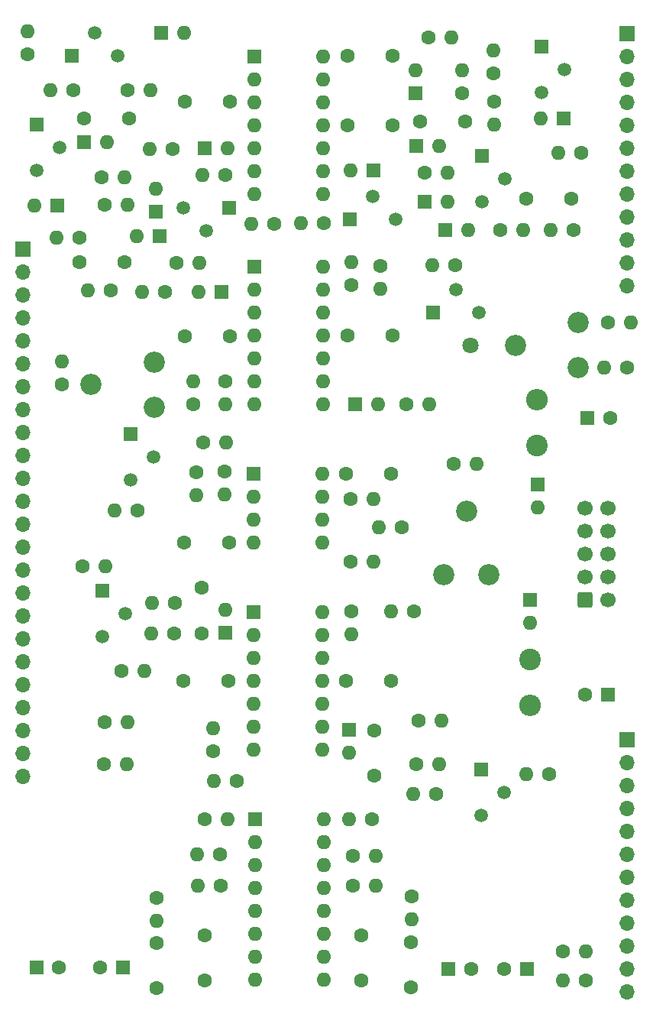
<source format=gbr>
%TF.GenerationSoftware,KiCad,Pcbnew,7.0.1-0*%
%TF.CreationDate,2024-01-08T18:39:07+13:00*%
%TF.ProjectId,MOL-main,4d4f4c2d-6d61-4696-9e2e-6b696361645f,001*%
%TF.SameCoordinates,Original*%
%TF.FileFunction,Soldermask,Top*%
%TF.FilePolarity,Negative*%
%FSLAX46Y46*%
G04 Gerber Fmt 4.6, Leading zero omitted, Abs format (unit mm)*
G04 Created by KiCad (PCBNEW 7.0.1-0) date 2024-01-08 18:39:07*
%MOMM*%
%LPD*%
G01*
G04 APERTURE LIST*
G04 Aperture macros list*
%AMRoundRect*
0 Rectangle with rounded corners*
0 $1 Rounding radius*
0 $2 $3 $4 $5 $6 $7 $8 $9 X,Y pos of 4 corners*
0 Add a 4 corners polygon primitive as box body*
4,1,4,$2,$3,$4,$5,$6,$7,$8,$9,$2,$3,0*
0 Add four circle primitives for the rounded corners*
1,1,$1+$1,$2,$3*
1,1,$1+$1,$4,$5*
1,1,$1+$1,$6,$7*
1,1,$1+$1,$8,$9*
0 Add four rect primitives between the rounded corners*
20,1,$1+$1,$2,$3,$4,$5,0*
20,1,$1+$1,$4,$5,$6,$7,0*
20,1,$1+$1,$6,$7,$8,$9,0*
20,1,$1+$1,$8,$9,$2,$3,0*%
G04 Aperture macros list end*
%ADD10R,1.500000X1.500000*%
%ADD11C,1.500000*%
%ADD12R,1.600000X1.600000*%
%ADD13O,1.600000X1.600000*%
%ADD14C,1.600000*%
%ADD15C,2.400000*%
%ADD16O,2.400000X2.400000*%
%ADD17C,2.340000*%
%ADD18R,1.700000X1.700000*%
%ADD19O,1.700000X1.700000*%
%ADD20RoundRect,0.250000X-0.600000X-0.600000X0.600000X-0.600000X0.600000X0.600000X-0.600000X0.600000X0*%
%ADD21C,1.700000*%
%ADD22C,1.800000*%
G04 APERTURE END LIST*
D10*
%TO.C,Q8*%
X74005000Y-118535000D03*
D11*
X76545000Y-121075000D03*
X74005000Y-123615000D03*
%TD*%
D12*
%TO.C,D10*%
X62075686Y-52175000D03*
D13*
X59535686Y-52175000D03*
%TD*%
D10*
%TO.C,Q1*%
X28660000Y-39520000D03*
D11*
X31200000Y-36980000D03*
X33740000Y-39520000D03*
%TD*%
D14*
%TO.C,R33*%
X29805000Y-96000000D03*
D13*
X32345000Y-96000000D03*
%TD*%
D14*
%TO.C,C21*%
X43025000Y-103450000D03*
X43025000Y-98450000D03*
%TD*%
%TO.C,R17*%
X71925000Y-43600000D03*
D13*
X71925000Y-41060000D03*
%TD*%
D14*
%TO.C,C1*%
X29950000Y-46400000D03*
X34950000Y-46400000D03*
%TD*%
%TO.C,R48*%
X90145000Y-74050000D03*
D13*
X87605000Y-74050000D03*
%TD*%
D12*
%TO.C,U2*%
X48900000Y-62875000D03*
D13*
X48900000Y-65415000D03*
X48900000Y-67955000D03*
X48900000Y-70495000D03*
X48900000Y-73035000D03*
X48900000Y-75575000D03*
X48900000Y-78115000D03*
X56520000Y-78115000D03*
X56520000Y-75575000D03*
X56520000Y-73035000D03*
X56520000Y-70495000D03*
X56520000Y-67955000D03*
X56520000Y-65415000D03*
X56520000Y-62875000D03*
%TD*%
D14*
%TO.C,R25*%
X62875000Y-62780000D03*
D13*
X62875000Y-65320000D03*
%TD*%
D14*
%TO.C,R20*%
X51070000Y-58100000D03*
D13*
X48530000Y-58100000D03*
%TD*%
D12*
%TO.C,D12*%
X66750000Y-43625686D03*
D13*
X66750000Y-41085686D03*
%TD*%
D12*
%TO.C,U3*%
X48930000Y-124100000D03*
D13*
X48930000Y-126640000D03*
X48930000Y-129180000D03*
X48930000Y-131720000D03*
X48930000Y-134260000D03*
X48930000Y-136800000D03*
X48930000Y-139340000D03*
X48930000Y-141880000D03*
X56550000Y-141880000D03*
X56550000Y-139340000D03*
X56550000Y-136800000D03*
X56550000Y-134260000D03*
X56550000Y-131720000D03*
X56550000Y-129180000D03*
X56550000Y-126640000D03*
X56550000Y-124100000D03*
%TD*%
D14*
%TO.C,R8*%
X39795000Y-49825000D03*
D13*
X37255000Y-49825000D03*
%TD*%
D14*
%TO.C,R62*%
X76130000Y-58775000D03*
D13*
X78670000Y-58775000D03*
%TD*%
D12*
%TO.C,D13*%
X45675000Y-103425685D03*
D13*
X45675000Y-100885685D03*
%TD*%
D14*
%TO.C,C13*%
X46000000Y-108750000D03*
X41000000Y-108750000D03*
%TD*%
%TO.C,R23*%
X32205000Y-118000000D03*
D13*
X34745000Y-118000000D03*
%TD*%
D14*
%TO.C,C3*%
X46175000Y-70525000D03*
X41175000Y-70525000D03*
%TD*%
D12*
%TO.C,U4*%
X48750000Y-101150000D03*
D13*
X48750000Y-103690000D03*
X48750000Y-106230000D03*
X48750000Y-108770000D03*
X48750000Y-111310000D03*
X48750000Y-113850000D03*
X48750000Y-116390000D03*
X56370000Y-116390000D03*
X56370000Y-113850000D03*
X56370000Y-111310000D03*
X56370000Y-108770000D03*
X56370000Y-106230000D03*
X56370000Y-103690000D03*
X56370000Y-101150000D03*
%TD*%
D14*
%TO.C,R24*%
X59650000Y-64870000D03*
D13*
X59650000Y-62330000D03*
%TD*%
D10*
%TO.C,Q5*%
X74105000Y-50585000D03*
D11*
X76645000Y-53125000D03*
X74105000Y-55665000D03*
%TD*%
D14*
%TO.C,R43*%
X59625000Y-101055000D03*
D13*
X59625000Y-103595000D03*
%TD*%
D12*
%TO.C,D11*%
X60024315Y-78075000D03*
D13*
X62564315Y-78075000D03*
%TD*%
D14*
%TO.C,R51*%
X85605000Y-141890000D03*
D13*
X83065000Y-141890000D03*
%TD*%
D14*
%TO.C,C25*%
X59200000Y-39500000D03*
X64200000Y-39500000D03*
%TD*%
%TO.C,C17*%
X59050000Y-85800000D03*
X64050000Y-85800000D03*
%TD*%
%TO.C,R16*%
X75425000Y-44580000D03*
D13*
X75425000Y-47120000D03*
%TD*%
D15*
%TO.C,FB1*%
X80200000Y-82665000D03*
D16*
X80200000Y-77585000D03*
%TD*%
D12*
%TO.C,D4*%
X83175000Y-46400000D03*
D13*
X80635000Y-46400000D03*
%TD*%
D14*
%TO.C,R52*%
X65200000Y-91725000D03*
D13*
X62660000Y-91725000D03*
%TD*%
D14*
%TO.C,R7*%
X45645000Y-52650000D03*
D13*
X43105000Y-52650000D03*
%TD*%
D14*
%TO.C,R2*%
X85145000Y-50200000D03*
D13*
X82605000Y-50200000D03*
%TD*%
D14*
%TO.C,R13*%
X45675000Y-75530000D03*
D13*
X45675000Y-78070000D03*
%TD*%
D17*
%TO.C,REF_ADJ_A1*%
X84800000Y-69050000D03*
X77800000Y-71550000D03*
X84800000Y-74050000D03*
%TD*%
D14*
%TO.C,R46*%
X42425000Y-85605000D03*
D13*
X42425000Y-88145000D03*
%TD*%
D14*
%TO.C,R11*%
X38975000Y-65650000D03*
D13*
X36435000Y-65650000D03*
%TD*%
D14*
%TO.C,R30*%
X46895000Y-119800000D03*
D13*
X44355000Y-119800000D03*
%TD*%
D12*
%TO.C,D1*%
X80300000Y-86951814D03*
D13*
X80300000Y-89491814D03*
%TD*%
D12*
%TO.C,D18*%
X67774315Y-55675000D03*
D13*
X70314315Y-55675000D03*
%TD*%
D12*
%TO.C,D15*%
X37925000Y-56725686D03*
D13*
X37925000Y-54185686D03*
%TD*%
D14*
%TO.C,C16*%
X43400000Y-141940000D03*
X43400000Y-136940000D03*
%TD*%
%TO.C,R9*%
X32975000Y-65450000D03*
D13*
X30435000Y-65450000D03*
%TD*%
D14*
%TO.C,C8*%
X72250000Y-46775000D03*
X67250000Y-46775000D03*
%TD*%
%TO.C,R40*%
X68995000Y-121250000D03*
D13*
X66455000Y-121250000D03*
%TD*%
D14*
%TO.C,C2*%
X46150000Y-44600000D03*
X41150000Y-44600000D03*
%TD*%
D12*
%TO.C,U1*%
X48900000Y-39525000D03*
D13*
X48900000Y-42065000D03*
X48900000Y-44605000D03*
X48900000Y-47145000D03*
X48900000Y-49685000D03*
X48900000Y-52225000D03*
X48900000Y-54765000D03*
X56520000Y-54765000D03*
X56520000Y-52225000D03*
X56520000Y-49685000D03*
X56520000Y-47145000D03*
X56520000Y-44605000D03*
X56520000Y-42065000D03*
X56520000Y-39525000D03*
%TD*%
D10*
%TO.C,Q9*%
X35180000Y-81385000D03*
D11*
X37720000Y-83925000D03*
X35180000Y-86465000D03*
%TD*%
D12*
%TO.C,D8*%
X45250686Y-65625000D03*
D13*
X42710686Y-65625000D03*
%TD*%
D14*
%TO.C,R53*%
X59505000Y-95550000D03*
D13*
X62045000Y-95550000D03*
%TD*%
D12*
%TO.C,U5*%
X48750000Y-85800000D03*
D13*
X48750000Y-88340000D03*
X48750000Y-90880000D03*
X48750000Y-93420000D03*
X56370000Y-93420000D03*
X56370000Y-90880000D03*
X56370000Y-88340000D03*
X56370000Y-85800000D03*
%TD*%
D14*
%TO.C,R32*%
X43380000Y-124075000D03*
D13*
X45920000Y-124075000D03*
%TD*%
D14*
%TO.C,R21*%
X65755000Y-78075000D03*
D13*
X68295000Y-78075000D03*
%TD*%
D12*
%TO.C,C10*%
X34305113Y-140525000D03*
D14*
X31805113Y-140525000D03*
%TD*%
%TO.C,C15*%
X60750000Y-136940000D03*
X60750000Y-141940000D03*
%TD*%
%TO.C,R44*%
X66595000Y-101075000D03*
D13*
X64055000Y-101075000D03*
%TD*%
D12*
%TO.C,D17*%
X70049315Y-58775000D03*
D13*
X72589315Y-58775000D03*
%TD*%
D12*
%TO.C,C23*%
X70375000Y-140625000D03*
D14*
X72875000Y-140625000D03*
%TD*%
D12*
%TO.C,C5*%
X24705113Y-140450000D03*
D14*
X27205113Y-140450000D03*
%TD*%
%TO.C,R38*%
X59805000Y-131425000D03*
D13*
X62345000Y-131425000D03*
%TD*%
D14*
%TO.C,R34*%
X34130000Y-107625000D03*
D13*
X36670000Y-107625000D03*
%TD*%
D12*
%TO.C,C7*%
X88050000Y-110225000D03*
D14*
X85550000Y-110225000D03*
%TD*%
%TO.C,R63*%
X40025000Y-100075000D03*
D13*
X37485000Y-100075000D03*
%TD*%
D14*
%TO.C,R35*%
X39970000Y-103500000D03*
D13*
X37430000Y-103500000D03*
%TD*%
D10*
%TO.C,Q6*%
X59425000Y-57600000D03*
D11*
X61965000Y-55060000D03*
X64505000Y-57600000D03*
%TD*%
D14*
%TO.C,R18*%
X67730000Y-52425000D03*
D13*
X70270000Y-52425000D03*
%TD*%
D12*
%TO.C,D14*%
X59375000Y-114174315D03*
D13*
X59375000Y-116714315D03*
%TD*%
D12*
%TO.C,C24*%
X79075000Y-140650000D03*
D14*
X76575000Y-140650000D03*
%TD*%
%TO.C,C9*%
X59225000Y-47150000D03*
X64225000Y-47150000D03*
%TD*%
D10*
%TO.C,Q3*%
X24730000Y-47060000D03*
D11*
X27270000Y-49600000D03*
X24730000Y-52140000D03*
%TD*%
D10*
%TO.C,Q7*%
X32055000Y-98735000D03*
D11*
X34595000Y-101275000D03*
X32055000Y-103815000D03*
%TD*%
D14*
%TO.C,R12*%
X27525000Y-75850000D03*
D13*
X27525000Y-73310000D03*
%TD*%
D14*
%TO.C,R1*%
X23725000Y-39295000D03*
D13*
X23725000Y-36755000D03*
%TD*%
D14*
%TO.C,R15*%
X75375000Y-41420000D03*
D13*
X75375000Y-38880000D03*
%TD*%
D14*
%TO.C,R42*%
X81550000Y-119050000D03*
D13*
X79010000Y-119050000D03*
%TD*%
D12*
%TO.C,D6*%
X43349315Y-49700000D03*
D13*
X45889315Y-49700000D03*
%TD*%
D14*
%TO.C,R41*%
X61870000Y-124100000D03*
D13*
X59330000Y-124100000D03*
%TD*%
D14*
%TO.C,R50*%
X83060000Y-138675000D03*
D13*
X85600000Y-138675000D03*
%TD*%
D14*
%TO.C,R60*%
X29475000Y-59610000D03*
D13*
X26935000Y-59610000D03*
%TD*%
D14*
%TO.C,R22*%
X68165000Y-37470000D03*
D13*
X70705000Y-37470000D03*
%TD*%
D14*
%TO.C,R49*%
X88055000Y-69050000D03*
D13*
X90595000Y-69050000D03*
%TD*%
D14*
%TO.C,C18*%
X41050000Y-93400000D03*
X46050000Y-93400000D03*
%TD*%
%TO.C,R68*%
X66830000Y-118000000D03*
D13*
X69370000Y-118000000D03*
%TD*%
D15*
%TO.C,FB2*%
X79400000Y-106375000D03*
D16*
X79400000Y-111455000D03*
%TD*%
D10*
%TO.C,Q2*%
X46090000Y-56330000D03*
D11*
X43550000Y-58870000D03*
X41010000Y-56330000D03*
%TD*%
D14*
%TO.C,R10*%
X32280000Y-113325000D03*
D13*
X34820000Y-113325000D03*
%TD*%
D14*
%TO.C,R14*%
X42075000Y-78125000D03*
D13*
X42075000Y-75585000D03*
%TD*%
D18*
%TO.C,J27*%
X90150000Y-115260000D03*
D19*
X90150000Y-117800000D03*
X90150000Y-120340000D03*
X90150000Y-122880000D03*
X90150000Y-125420000D03*
X90150000Y-127960000D03*
X90150000Y-130500000D03*
X90150000Y-133040000D03*
X90150000Y-135580000D03*
X90150000Y-138120000D03*
X90150000Y-140660000D03*
X90150000Y-143200000D03*
%TD*%
D14*
%TO.C,C19*%
X34450000Y-62350000D03*
X29450000Y-62350000D03*
%TD*%
%TO.C,R57*%
X71170000Y-62650000D03*
D13*
X68630000Y-62650000D03*
%TD*%
D14*
%TO.C,R47*%
X35955000Y-89870000D03*
D13*
X33415000Y-89870000D03*
%TD*%
D14*
%TO.C,R37*%
X59775000Y-128100000D03*
D13*
X62315000Y-128100000D03*
%TD*%
D12*
%TO.C,D3*%
X38549315Y-36975000D03*
D13*
X41089315Y-36975000D03*
%TD*%
D14*
%TO.C,C22*%
X62125000Y-114225000D03*
X62125000Y-119225000D03*
%TD*%
%TO.C,C14*%
X64050000Y-108750000D03*
X59050000Y-108750000D03*
%TD*%
D12*
%TO.C,D2*%
X79400000Y-99725000D03*
D13*
X79400000Y-102265000D03*
%TD*%
D14*
%TO.C,R26*%
X70930000Y-84700000D03*
D13*
X73470000Y-84700000D03*
%TD*%
D14*
%TO.C,R28*%
X45125000Y-131425000D03*
D13*
X42585000Y-131425000D03*
%TD*%
D14*
%TO.C,R55*%
X43175000Y-82325000D03*
D13*
X45715000Y-82325000D03*
%TD*%
D10*
%TO.C,Q4*%
X80730000Y-38435000D03*
D11*
X83270000Y-40975000D03*
X80730000Y-43515000D03*
%TD*%
D14*
%TO.C,C11*%
X38025000Y-142775000D03*
X38025000Y-137775000D03*
%TD*%
%TO.C,R4*%
X28775000Y-43275000D03*
D13*
X26235000Y-43275000D03*
%TD*%
D18*
%TO.C,J25*%
X90150000Y-37000000D03*
D19*
X90150000Y-39540000D03*
X90150000Y-42080000D03*
X90150000Y-44620000D03*
X90150000Y-47160000D03*
X90150000Y-49700000D03*
X90150000Y-52240000D03*
X90150000Y-54780000D03*
X90150000Y-57320000D03*
X90150000Y-59860000D03*
X90150000Y-62400000D03*
X90150000Y-64940000D03*
%TD*%
D14*
%TO.C,R36*%
X66325000Y-132630000D03*
D13*
X66325000Y-135170000D03*
%TD*%
D14*
%TO.C,C12*%
X66225000Y-142700000D03*
X66225000Y-137700000D03*
%TD*%
%TO.C,R5*%
X31905000Y-52920000D03*
D13*
X34445000Y-52920000D03*
%TD*%
D12*
%TO.C,C6*%
X85794888Y-79575000D03*
D14*
X88294888Y-79575000D03*
%TD*%
D17*
%TO.C,Offset_A1*%
X37750000Y-73395000D03*
X30750000Y-75895000D03*
X37750000Y-78395000D03*
%TD*%
D12*
%TO.C,D7*%
X30024315Y-49075000D03*
D13*
X32564315Y-49075000D03*
%TD*%
D14*
%TO.C,C4*%
X64200000Y-70500000D03*
X59200000Y-70500000D03*
%TD*%
%TO.C,R54*%
X59530000Y-88625000D03*
D13*
X62070000Y-88625000D03*
%TD*%
D17*
%TO.C,Offset_B1*%
X74880000Y-96975000D03*
X72380000Y-89975000D03*
X69880000Y-96975000D03*
%TD*%
D12*
%TO.C,D9*%
X66799314Y-49450000D03*
D13*
X69339314Y-49450000D03*
%TD*%
D14*
%TO.C,R27*%
X38025000Y-132805000D03*
D13*
X38025000Y-135345000D03*
%TD*%
D14*
%TO.C,R39*%
X67055000Y-113125000D03*
D13*
X69595000Y-113125000D03*
%TD*%
D14*
%TO.C,R45*%
X45550000Y-85555000D03*
D13*
X45550000Y-88095000D03*
%TD*%
D14*
%TO.C,R19*%
X56605000Y-58050000D03*
D13*
X54065000Y-58050000D03*
%TD*%
D14*
%TO.C,R31*%
X44275000Y-116495000D03*
D13*
X44275000Y-113955000D03*
%TD*%
D14*
%TO.C,R61*%
X84275000Y-58775000D03*
D13*
X81735000Y-58775000D03*
%TD*%
D14*
%TO.C,R59*%
X40205000Y-62450000D03*
D13*
X42745000Y-62450000D03*
%TD*%
D10*
%TO.C,Q10*%
X68660000Y-67920000D03*
D11*
X71200000Y-65380000D03*
X73740000Y-67920000D03*
%TD*%
D12*
%TO.C,D16*%
X38350000Y-59475000D03*
D13*
X35810000Y-59475000D03*
%TD*%
D14*
%TO.C,R6*%
X32255000Y-55975000D03*
D13*
X34795000Y-55975000D03*
%TD*%
D14*
%TO.C,R3*%
X34780000Y-43325000D03*
D13*
X37320000Y-43325000D03*
%TD*%
D14*
%TO.C,R29*%
X45025000Y-127975000D03*
D13*
X42485000Y-127975000D03*
%TD*%
D18*
%TO.C,J23*%
X23250000Y-60880000D03*
D19*
X23250000Y-63420000D03*
X23250000Y-65960000D03*
X23250000Y-68500000D03*
X23250000Y-71040000D03*
X23250000Y-73580000D03*
X23250000Y-76120000D03*
X23250000Y-78660000D03*
X23250000Y-81200000D03*
X23250000Y-83740000D03*
X23250000Y-86280000D03*
X23250000Y-88820000D03*
X23250000Y-91360000D03*
X23250000Y-93900000D03*
X23250000Y-96440000D03*
X23250000Y-98980000D03*
X23250000Y-101520000D03*
X23250000Y-104060000D03*
X23250000Y-106600000D03*
X23250000Y-109140000D03*
X23250000Y-111680000D03*
X23250000Y-114220000D03*
X23250000Y-116760000D03*
X23250000Y-119300000D03*
%TD*%
D12*
%TO.C,D5*%
X27050686Y-56100000D03*
D13*
X24510686Y-56100000D03*
%TD*%
D14*
%TO.C,C20*%
X84000000Y-55325000D03*
X79000000Y-55325000D03*
%TD*%
D20*
%TO.C,J1*%
X85510000Y-99725000D03*
D21*
X88050000Y-99725000D03*
X85510000Y-97185000D03*
X88050000Y-97185000D03*
X85510000Y-94645000D03*
X88050000Y-94645000D03*
X85510000Y-92105000D03*
X88050000Y-92105000D03*
X85510000Y-89565000D03*
X88050000Y-89565000D03*
%TD*%
D22*
%TO.C,TP1-(5v)1*%
X72800000Y-71550000D03*
%TD*%
M02*

</source>
